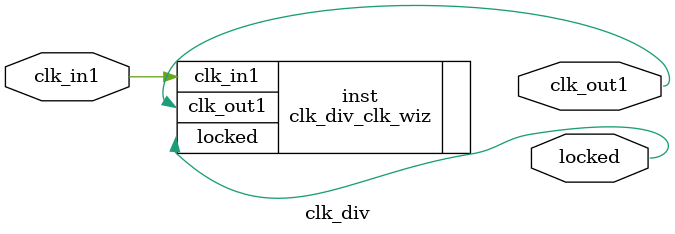
<source format=v>


`timescale 1ps/1ps

(* CORE_GENERATION_INFO = "clk_div,clk_wiz_v6_0_2_0_0,{component_name=clk_div,use_phase_alignment=true,use_min_o_jitter=false,use_max_i_jitter=false,use_dyn_phase_shift=false,use_inclk_switchover=false,use_dyn_reconfig=false,enable_axi=0,feedback_source=FDBK_AUTO,PRIMITIVE=PLL,num_out_clk=1,clkin1_period=10.000,clkin2_period=10.000,use_power_down=false,use_reset=false,use_locked=true,use_inclk_stopped=false,feedback_type=SINGLE,CLOCK_MGR_TYPE=NA,manual_override=false}" *)

module clk_div 
 (
  // Clock out ports
  output        clk_out1,
  // Status and control signals
  output        locked,
 // Clock in ports
  input         clk_in1
 );

  clk_div_clk_wiz inst
  (
  // Clock out ports  
  .clk_out1(clk_out1),
  // Status and control signals               
  .locked(locked),
 // Clock in ports
  .clk_in1(clk_in1)
  );

endmodule

</source>
